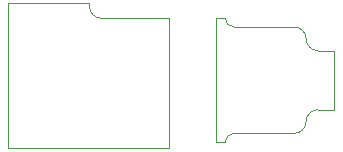
<source format=gbr>
%TF.GenerationSoftware,KiCad,Pcbnew,(7.0.0)*%
%TF.CreationDate,2023-07-05T17:24:14-07:00*%
%TF.ProjectId,Miniscope-v4-Wire-Free,4d696e69-7363-46f7-9065-2d76342d5769,rev?*%
%TF.SameCoordinates,Original*%
%TF.FileFunction,Profile,NP*%
%FSLAX46Y46*%
G04 Gerber Fmt 4.6, Leading zero omitted, Abs format (unit mm)*
G04 Created by KiCad (PCBNEW (7.0.0)) date 2023-07-05 17:24:14*
%MOMM*%
%LPD*%
G01*
G04 APERTURE LIST*
%TA.AperFunction,Profile*%
%ADD10C,0.050000*%
%TD*%
G04 APERTURE END LIST*
D10*
X93000000Y-59250000D02*
X87250000Y-59250000D01*
X97750000Y-59250000D02*
X97000000Y-59250000D01*
X105600000Y-67000000D02*
X107000000Y-67000000D01*
X104600000Y-61000000D02*
G75*
G03*
X103600000Y-60000000I-1000000J0D01*
G01*
X104600000Y-61000000D02*
G75*
G03*
X105600000Y-62000000I1000000J0D01*
G01*
X105600000Y-62000000D02*
X107000000Y-62000000D01*
X98500000Y-69000000D02*
X103600000Y-69000000D01*
X93000000Y-70250000D02*
X93000000Y-59250000D01*
X86250000Y-58000000D02*
X85400000Y-58000000D01*
X86250000Y-58000000D02*
X86250000Y-58250000D01*
X79400000Y-58000000D02*
X85400000Y-58000000D01*
X79400000Y-58000000D02*
X79400000Y-70250000D01*
X97750000Y-59250000D02*
G75*
G03*
X98500000Y-60000000I750000J0D01*
G01*
X103600000Y-60000000D02*
X98500000Y-60000000D01*
X97000000Y-59250000D02*
X97000000Y-69750000D01*
X105600000Y-67000000D02*
G75*
G03*
X104600000Y-68000000I0J-1000000D01*
G01*
X98500000Y-69000000D02*
G75*
G03*
X97750000Y-69750000I0J-750000D01*
G01*
X107000000Y-62000000D02*
X107000000Y-67000000D01*
X97000000Y-69750000D02*
X97750000Y-69750000D01*
X79400000Y-70250000D02*
X93000000Y-70250000D01*
X93000000Y-59250000D02*
X93000000Y-59250000D01*
X103600000Y-69000000D02*
G75*
G03*
X104600000Y-68000000I0J1000000D01*
G01*
X86250000Y-58250000D02*
G75*
G03*
X87250000Y-59250000I1000000J0D01*
G01*
M02*

</source>
